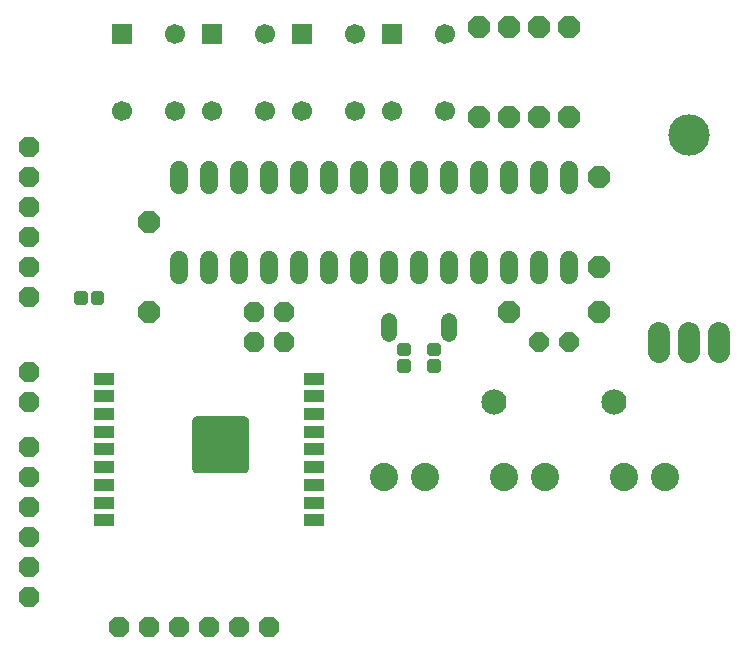
<source format=gbr>
G04 EAGLE Gerber X2 export*
%TF.Part,Single*%
%TF.FileFunction,Soldermask,Bot,1*%
%TF.FilePolarity,Negative*%
%TF.GenerationSoftware,Autodesk,EAGLE,8.7.1*%
%TF.CreationDate,2020-07-24T08:34:06Z*%
G75*
%MOMM*%
%FSLAX34Y34*%
%LPD*%
%AMOC8*
5,1,8,0,0,1.08239X$1,22.5*%
G01*
%ADD10C,1.524000*%
%ADD11P,1.852186X8X112.500000*%
%ADD12P,2.034460X8X112.500000*%
%ADD13C,1.320800*%
%ADD14R,1.688200X1.103200*%
%ADD15R,2.453200X2.453200*%
%ADD16C,0.561600*%
%ADD17C,1.701200*%
%ADD18R,1.701200X1.701200*%
%ADD19P,1.852186X8X202.500000*%
%ADD20P,2.034460X8X22.500000*%
%ADD21P,1.759533X8X22.500000*%
%ADD22C,1.879600*%
%ADD23C,3.505200*%
%ADD24C,2.133600*%
%ADD25C,2.387600*%
%ADD26P,1.852186X8X22.500000*%
%ADD27P,1.852186X8X292.500000*%

G36*
X652535Y232269D02*
X652535Y232269D01*
X652771Y232280D01*
X652819Y232289D01*
X652867Y232293D01*
X653098Y232342D01*
X653330Y232386D01*
X653376Y232402D01*
X653423Y232412D01*
X653645Y232493D01*
X653868Y232569D01*
X653912Y232591D01*
X653957Y232608D01*
X654165Y232719D01*
X654376Y232826D01*
X654416Y232853D01*
X654458Y232876D01*
X654649Y233016D01*
X654842Y233151D01*
X654878Y233184D01*
X654917Y233213D01*
X655086Y233378D01*
X655259Y233538D01*
X655289Y233576D01*
X655324Y233610D01*
X655468Y233797D01*
X655616Y233980D01*
X655641Y234022D01*
X655671Y234060D01*
X655788Y234266D01*
X655909Y234468D01*
X655928Y234513D01*
X655952Y234555D01*
X656038Y234774D01*
X656130Y234992D01*
X656142Y235039D01*
X656160Y235084D01*
X656215Y235313D01*
X656276Y235542D01*
X656279Y235582D01*
X656293Y235637D01*
X656346Y236203D01*
X656343Y236260D01*
X656347Y236300D01*
X656347Y276300D01*
X656331Y276535D01*
X656320Y276771D01*
X656311Y276819D01*
X656307Y276867D01*
X656258Y277098D01*
X656214Y277330D01*
X656198Y277376D01*
X656188Y277423D01*
X656107Y277645D01*
X656031Y277868D01*
X656009Y277912D01*
X655992Y277957D01*
X655881Y278165D01*
X655774Y278376D01*
X655747Y278416D01*
X655724Y278458D01*
X655584Y278649D01*
X655449Y278842D01*
X655416Y278878D01*
X655387Y278917D01*
X655222Y279086D01*
X655062Y279259D01*
X655024Y279289D01*
X654990Y279324D01*
X654803Y279468D01*
X654620Y279616D01*
X654578Y279641D01*
X654540Y279671D01*
X654334Y279788D01*
X654132Y279909D01*
X654087Y279928D01*
X654045Y279952D01*
X653826Y280038D01*
X653608Y280130D01*
X653561Y280142D01*
X653516Y280160D01*
X653287Y280215D01*
X653059Y280276D01*
X653018Y280279D01*
X652963Y280293D01*
X652397Y280346D01*
X652340Y280343D01*
X652300Y280347D01*
X612300Y280347D01*
X612065Y280331D01*
X611829Y280320D01*
X611781Y280311D01*
X611733Y280307D01*
X611502Y280258D01*
X611270Y280214D01*
X611224Y280198D01*
X611177Y280188D01*
X610955Y280107D01*
X610732Y280031D01*
X610688Y280009D01*
X610643Y279992D01*
X610435Y279881D01*
X610224Y279774D01*
X610184Y279747D01*
X610142Y279724D01*
X609951Y279584D01*
X609758Y279449D01*
X609722Y279416D01*
X609683Y279387D01*
X609514Y279222D01*
X609341Y279062D01*
X609311Y279024D01*
X609276Y278990D01*
X609132Y278803D01*
X608984Y278620D01*
X608959Y278578D01*
X608929Y278540D01*
X608812Y278334D01*
X608691Y278132D01*
X608672Y278087D01*
X608648Y278045D01*
X608562Y277826D01*
X608470Y277608D01*
X608458Y277561D01*
X608440Y277516D01*
X608385Y277287D01*
X608324Y277059D01*
X608321Y277018D01*
X608307Y276963D01*
X608254Y276397D01*
X608257Y276340D01*
X608253Y276300D01*
X608253Y236300D01*
X608269Y236065D01*
X608280Y235829D01*
X608289Y235781D01*
X608293Y235733D01*
X608342Y235502D01*
X608386Y235270D01*
X608402Y235224D01*
X608412Y235177D01*
X608493Y234955D01*
X608569Y234732D01*
X608591Y234688D01*
X608608Y234643D01*
X608719Y234435D01*
X608826Y234224D01*
X608853Y234184D01*
X608876Y234142D01*
X609016Y233951D01*
X609151Y233758D01*
X609184Y233722D01*
X609213Y233683D01*
X609378Y233514D01*
X609538Y233341D01*
X609576Y233311D01*
X609610Y233276D01*
X609797Y233132D01*
X609980Y232984D01*
X610022Y232959D01*
X610060Y232929D01*
X610266Y232812D01*
X610468Y232691D01*
X610513Y232672D01*
X610555Y232648D01*
X610774Y232562D01*
X610992Y232470D01*
X611039Y232458D01*
X611084Y232440D01*
X611313Y232385D01*
X611542Y232324D01*
X611582Y232321D01*
X611637Y232307D01*
X612203Y232254D01*
X612260Y232257D01*
X612300Y232253D01*
X652300Y232253D01*
X652535Y232269D01*
G37*
G36*
X515952Y376303D02*
X515952Y376303D01*
X515954Y376301D01*
X516314Y376329D01*
X516318Y376333D01*
X516322Y376330D01*
X516673Y376415D01*
X516676Y376420D01*
X516680Y376418D01*
X517013Y376556D01*
X517016Y376561D01*
X517020Y376559D01*
X517328Y376747D01*
X517330Y376753D01*
X517334Y376752D01*
X517608Y376987D01*
X517609Y376992D01*
X517613Y376992D01*
X517848Y377266D01*
X517849Y377272D01*
X517853Y377272D01*
X518041Y377580D01*
X518040Y377586D01*
X518045Y377587D01*
X518183Y377920D01*
X518181Y377926D01*
X518185Y377927D01*
X518270Y378278D01*
X518267Y378286D01*
X518271Y378290D01*
X518299Y383350D01*
X518297Y383352D01*
X518299Y383354D01*
X518271Y383714D01*
X518267Y383718D01*
X518270Y383722D01*
X518185Y384073D01*
X518180Y384076D01*
X518183Y384080D01*
X518045Y384413D01*
X518040Y384416D01*
X518041Y384420D01*
X517853Y384728D01*
X517847Y384730D01*
X517848Y384734D01*
X517613Y385008D01*
X517608Y385009D01*
X517608Y385013D01*
X517334Y385248D01*
X517328Y385249D01*
X517328Y385253D01*
X517020Y385441D01*
X517014Y385440D01*
X517013Y385445D01*
X516680Y385583D01*
X516674Y385581D01*
X516673Y385585D01*
X516322Y385670D01*
X516316Y385668D01*
X516314Y385671D01*
X515954Y385699D01*
X515951Y385698D01*
X515950Y385699D01*
X511350Y385699D01*
X511348Y385697D01*
X511346Y385699D01*
X510986Y385671D01*
X510982Y385667D01*
X510978Y385670D01*
X510627Y385585D01*
X510624Y385580D01*
X510620Y385583D01*
X510287Y385445D01*
X510284Y385440D01*
X510280Y385441D01*
X509972Y385253D01*
X509970Y385247D01*
X509966Y385248D01*
X509692Y385013D01*
X509691Y385008D01*
X509687Y385008D01*
X509452Y384734D01*
X509451Y384728D01*
X509447Y384728D01*
X509259Y384420D01*
X509260Y384414D01*
X509256Y384413D01*
X509118Y384080D01*
X509119Y384074D01*
X509115Y384073D01*
X509030Y383722D01*
X509034Y383714D01*
X509029Y383710D01*
X509001Y378650D01*
X509003Y378648D01*
X509001Y378646D01*
X509029Y378286D01*
X509033Y378282D01*
X509030Y378278D01*
X509115Y377927D01*
X509120Y377924D01*
X509118Y377920D01*
X509256Y377587D01*
X509261Y377584D01*
X509259Y377580D01*
X509447Y377272D01*
X509453Y377270D01*
X509452Y377266D01*
X509687Y376992D01*
X509692Y376991D01*
X509692Y376987D01*
X509966Y376752D01*
X509972Y376751D01*
X509972Y376747D01*
X510280Y376559D01*
X510286Y376560D01*
X510287Y376556D01*
X510620Y376418D01*
X510626Y376419D01*
X510627Y376415D01*
X510978Y376330D01*
X510984Y376333D01*
X510986Y376329D01*
X511346Y376301D01*
X511349Y376303D01*
X511350Y376301D01*
X515950Y376301D01*
X515952Y376303D01*
G37*
G36*
X530052Y376303D02*
X530052Y376303D01*
X530054Y376301D01*
X530414Y376329D01*
X530418Y376333D01*
X530422Y376330D01*
X530773Y376415D01*
X530776Y376420D01*
X530780Y376418D01*
X531113Y376556D01*
X531116Y376561D01*
X531120Y376559D01*
X531428Y376747D01*
X531430Y376753D01*
X531434Y376752D01*
X531708Y376987D01*
X531709Y376992D01*
X531713Y376992D01*
X531948Y377266D01*
X531949Y377272D01*
X531953Y377272D01*
X532141Y377580D01*
X532140Y377586D01*
X532145Y377587D01*
X532283Y377920D01*
X532281Y377926D01*
X532285Y377927D01*
X532370Y378278D01*
X532367Y378286D01*
X532371Y378290D01*
X532399Y383350D01*
X532397Y383352D01*
X532399Y383354D01*
X532371Y383714D01*
X532367Y383718D01*
X532370Y383722D01*
X532285Y384073D01*
X532280Y384076D01*
X532283Y384080D01*
X532145Y384413D01*
X532140Y384416D01*
X532141Y384420D01*
X531953Y384728D01*
X531947Y384730D01*
X531948Y384734D01*
X531713Y385008D01*
X531708Y385009D01*
X531708Y385013D01*
X531434Y385248D01*
X531428Y385249D01*
X531428Y385253D01*
X531120Y385441D01*
X531114Y385440D01*
X531113Y385445D01*
X530780Y385583D01*
X530774Y385581D01*
X530773Y385585D01*
X530422Y385670D01*
X530416Y385668D01*
X530414Y385671D01*
X530054Y385699D01*
X530051Y385698D01*
X530050Y385699D01*
X525450Y385699D01*
X525448Y385697D01*
X525446Y385699D01*
X525086Y385671D01*
X525082Y385667D01*
X525078Y385670D01*
X524727Y385585D01*
X524724Y385580D01*
X524720Y385583D01*
X524387Y385445D01*
X524384Y385440D01*
X524380Y385441D01*
X524072Y385253D01*
X524070Y385247D01*
X524066Y385248D01*
X523792Y385013D01*
X523791Y385008D01*
X523787Y385008D01*
X523552Y384734D01*
X523551Y384728D01*
X523547Y384728D01*
X523359Y384420D01*
X523360Y384414D01*
X523356Y384413D01*
X523218Y384080D01*
X523219Y384074D01*
X523215Y384073D01*
X523130Y383722D01*
X523134Y383714D01*
X523129Y383710D01*
X523101Y378650D01*
X523103Y378648D01*
X523101Y378646D01*
X523129Y378286D01*
X523133Y378282D01*
X523130Y378278D01*
X523215Y377927D01*
X523220Y377924D01*
X523218Y377920D01*
X523356Y377587D01*
X523361Y377584D01*
X523359Y377580D01*
X523547Y377272D01*
X523553Y377270D01*
X523552Y377266D01*
X523787Y376992D01*
X523792Y376991D01*
X523792Y376987D01*
X524066Y376752D01*
X524072Y376751D01*
X524072Y376747D01*
X524380Y376559D01*
X524386Y376560D01*
X524387Y376556D01*
X524720Y376418D01*
X524726Y376419D01*
X524727Y376415D01*
X525078Y376330D01*
X525084Y376333D01*
X525086Y376329D01*
X525446Y376301D01*
X525449Y376303D01*
X525450Y376301D01*
X530050Y376301D01*
X530052Y376303D01*
G37*
G36*
X815152Y332603D02*
X815152Y332603D01*
X815154Y332601D01*
X815514Y332629D01*
X815518Y332633D01*
X815522Y332630D01*
X815873Y332715D01*
X815876Y332720D01*
X815880Y332718D01*
X816213Y332856D01*
X816216Y332861D01*
X816220Y332859D01*
X816528Y333047D01*
X816530Y333053D01*
X816534Y333052D01*
X816808Y333287D01*
X816809Y333292D01*
X816813Y333292D01*
X817048Y333566D01*
X817049Y333572D01*
X817053Y333572D01*
X817241Y333880D01*
X817240Y333886D01*
X817245Y333887D01*
X817383Y334220D01*
X817381Y334226D01*
X817385Y334227D01*
X817470Y334578D01*
X817468Y334584D01*
X817471Y334586D01*
X817499Y334946D01*
X817498Y334949D01*
X817499Y334950D01*
X817499Y339550D01*
X817497Y339552D01*
X817499Y339554D01*
X817471Y339914D01*
X817467Y339918D01*
X817470Y339922D01*
X817385Y340273D01*
X817380Y340276D01*
X817383Y340280D01*
X817245Y340613D01*
X817240Y340616D01*
X817241Y340620D01*
X817053Y340928D01*
X817047Y340930D01*
X817048Y340934D01*
X816813Y341208D01*
X816808Y341209D01*
X816808Y341213D01*
X816534Y341448D01*
X816528Y341449D01*
X816528Y341453D01*
X816220Y341641D01*
X816214Y341640D01*
X816213Y341645D01*
X815880Y341783D01*
X815874Y341781D01*
X815873Y341785D01*
X815522Y341870D01*
X815514Y341867D01*
X815510Y341871D01*
X810450Y341899D01*
X810448Y341897D01*
X810446Y341899D01*
X810086Y341871D01*
X810082Y341867D01*
X810078Y341870D01*
X809727Y341785D01*
X809724Y341780D01*
X809720Y341783D01*
X809387Y341645D01*
X809384Y341640D01*
X809380Y341641D01*
X809072Y341453D01*
X809070Y341447D01*
X809066Y341448D01*
X808792Y341213D01*
X808791Y341208D01*
X808787Y341208D01*
X808552Y340934D01*
X808551Y340928D01*
X808547Y340928D01*
X808359Y340620D01*
X808360Y340614D01*
X808356Y340613D01*
X808218Y340280D01*
X808219Y340274D01*
X808215Y340273D01*
X808130Y339922D01*
X808133Y339916D01*
X808129Y339914D01*
X808101Y339554D01*
X808103Y339551D01*
X808101Y339550D01*
X808101Y334950D01*
X808103Y334948D01*
X808101Y334946D01*
X808129Y334586D01*
X808133Y334582D01*
X808130Y334578D01*
X808215Y334227D01*
X808220Y334224D01*
X808218Y334220D01*
X808356Y333887D01*
X808361Y333884D01*
X808359Y333880D01*
X808547Y333572D01*
X808553Y333570D01*
X808552Y333566D01*
X808787Y333292D01*
X808792Y333291D01*
X808792Y333287D01*
X809066Y333052D01*
X809072Y333051D01*
X809072Y333047D01*
X809380Y332859D01*
X809386Y332860D01*
X809387Y332856D01*
X809720Y332718D01*
X809726Y332719D01*
X809727Y332715D01*
X810078Y332630D01*
X810086Y332634D01*
X810090Y332629D01*
X815150Y332601D01*
X815152Y332603D01*
G37*
G36*
X789752Y332603D02*
X789752Y332603D01*
X789754Y332601D01*
X790114Y332629D01*
X790118Y332633D01*
X790122Y332630D01*
X790473Y332715D01*
X790476Y332720D01*
X790480Y332718D01*
X790813Y332856D01*
X790816Y332861D01*
X790820Y332859D01*
X791128Y333047D01*
X791130Y333053D01*
X791134Y333052D01*
X791408Y333287D01*
X791409Y333292D01*
X791413Y333292D01*
X791648Y333566D01*
X791649Y333572D01*
X791653Y333572D01*
X791841Y333880D01*
X791840Y333886D01*
X791845Y333887D01*
X791983Y334220D01*
X791981Y334226D01*
X791985Y334227D01*
X792070Y334578D01*
X792068Y334584D01*
X792071Y334586D01*
X792099Y334946D01*
X792098Y334949D01*
X792099Y334950D01*
X792099Y339550D01*
X792097Y339552D01*
X792099Y339554D01*
X792071Y339914D01*
X792067Y339918D01*
X792070Y339922D01*
X791985Y340273D01*
X791980Y340276D01*
X791983Y340280D01*
X791845Y340613D01*
X791840Y340616D01*
X791841Y340620D01*
X791653Y340928D01*
X791647Y340930D01*
X791648Y340934D01*
X791413Y341208D01*
X791408Y341209D01*
X791408Y341213D01*
X791134Y341448D01*
X791128Y341449D01*
X791128Y341453D01*
X790820Y341641D01*
X790814Y341640D01*
X790813Y341645D01*
X790480Y341783D01*
X790474Y341781D01*
X790473Y341785D01*
X790122Y341870D01*
X790114Y341867D01*
X790110Y341871D01*
X785050Y341899D01*
X785048Y341897D01*
X785046Y341899D01*
X784686Y341871D01*
X784682Y341867D01*
X784678Y341870D01*
X784327Y341785D01*
X784324Y341780D01*
X784320Y341783D01*
X783987Y341645D01*
X783984Y341640D01*
X783980Y341641D01*
X783672Y341453D01*
X783670Y341447D01*
X783666Y341448D01*
X783392Y341213D01*
X783391Y341208D01*
X783387Y341208D01*
X783152Y340934D01*
X783151Y340928D01*
X783147Y340928D01*
X782959Y340620D01*
X782960Y340614D01*
X782956Y340613D01*
X782818Y340280D01*
X782819Y340274D01*
X782815Y340273D01*
X782730Y339922D01*
X782733Y339916D01*
X782729Y339914D01*
X782701Y339554D01*
X782703Y339551D01*
X782701Y339550D01*
X782701Y334950D01*
X782703Y334948D01*
X782701Y334946D01*
X782729Y334586D01*
X782733Y334582D01*
X782730Y334578D01*
X782815Y334227D01*
X782820Y334224D01*
X782818Y334220D01*
X782956Y333887D01*
X782961Y333884D01*
X782959Y333880D01*
X783147Y333572D01*
X783153Y333570D01*
X783152Y333566D01*
X783387Y333292D01*
X783392Y333291D01*
X783392Y333287D01*
X783666Y333052D01*
X783672Y333051D01*
X783672Y333047D01*
X783980Y332859D01*
X783986Y332860D01*
X783987Y332856D01*
X784320Y332718D01*
X784326Y332719D01*
X784327Y332715D01*
X784678Y332630D01*
X784686Y332634D01*
X784690Y332629D01*
X789750Y332601D01*
X789752Y332603D01*
G37*
G36*
X789752Y318503D02*
X789752Y318503D01*
X789754Y318501D01*
X790114Y318529D01*
X790118Y318533D01*
X790122Y318530D01*
X790473Y318615D01*
X790476Y318620D01*
X790480Y318618D01*
X790813Y318756D01*
X790816Y318761D01*
X790820Y318759D01*
X791128Y318947D01*
X791130Y318953D01*
X791134Y318952D01*
X791408Y319187D01*
X791409Y319192D01*
X791413Y319192D01*
X791648Y319466D01*
X791649Y319472D01*
X791653Y319472D01*
X791841Y319780D01*
X791840Y319786D01*
X791845Y319787D01*
X791983Y320120D01*
X791981Y320126D01*
X791985Y320127D01*
X792070Y320478D01*
X792068Y320484D01*
X792071Y320486D01*
X792099Y320846D01*
X792098Y320849D01*
X792099Y320850D01*
X792099Y325450D01*
X792097Y325452D01*
X792099Y325454D01*
X792071Y325814D01*
X792067Y325818D01*
X792070Y325822D01*
X791985Y326173D01*
X791980Y326176D01*
X791983Y326180D01*
X791845Y326513D01*
X791840Y326516D01*
X791841Y326520D01*
X791653Y326828D01*
X791647Y326830D01*
X791648Y326834D01*
X791413Y327108D01*
X791408Y327109D01*
X791408Y327113D01*
X791134Y327348D01*
X791128Y327349D01*
X791128Y327353D01*
X790820Y327541D01*
X790814Y327540D01*
X790813Y327545D01*
X790480Y327683D01*
X790474Y327681D01*
X790473Y327685D01*
X790122Y327770D01*
X790114Y327767D01*
X790110Y327771D01*
X785050Y327799D01*
X785048Y327797D01*
X785046Y327799D01*
X784686Y327771D01*
X784682Y327767D01*
X784678Y327770D01*
X784327Y327685D01*
X784324Y327680D01*
X784320Y327683D01*
X783987Y327545D01*
X783984Y327540D01*
X783980Y327541D01*
X783672Y327353D01*
X783670Y327347D01*
X783666Y327348D01*
X783392Y327113D01*
X783391Y327108D01*
X783387Y327108D01*
X783152Y326834D01*
X783151Y326828D01*
X783147Y326828D01*
X782959Y326520D01*
X782960Y326514D01*
X782956Y326513D01*
X782818Y326180D01*
X782819Y326174D01*
X782815Y326173D01*
X782730Y325822D01*
X782733Y325816D01*
X782729Y325814D01*
X782701Y325454D01*
X782703Y325451D01*
X782701Y325450D01*
X782701Y320850D01*
X782703Y320848D01*
X782701Y320846D01*
X782729Y320486D01*
X782733Y320482D01*
X782730Y320478D01*
X782815Y320127D01*
X782820Y320124D01*
X782818Y320120D01*
X782956Y319787D01*
X782961Y319784D01*
X782959Y319780D01*
X783147Y319472D01*
X783153Y319470D01*
X783152Y319466D01*
X783387Y319192D01*
X783392Y319191D01*
X783392Y319187D01*
X783666Y318952D01*
X783672Y318951D01*
X783672Y318947D01*
X783980Y318759D01*
X783986Y318760D01*
X783987Y318756D01*
X784320Y318618D01*
X784326Y318619D01*
X784327Y318615D01*
X784678Y318530D01*
X784686Y318534D01*
X784690Y318529D01*
X789750Y318501D01*
X789752Y318503D01*
G37*
G36*
X815152Y318503D02*
X815152Y318503D01*
X815154Y318501D01*
X815514Y318529D01*
X815518Y318533D01*
X815522Y318530D01*
X815873Y318615D01*
X815876Y318620D01*
X815880Y318618D01*
X816213Y318756D01*
X816216Y318761D01*
X816220Y318759D01*
X816528Y318947D01*
X816530Y318953D01*
X816534Y318952D01*
X816808Y319187D01*
X816809Y319192D01*
X816813Y319192D01*
X817048Y319466D01*
X817049Y319472D01*
X817053Y319472D01*
X817241Y319780D01*
X817240Y319786D01*
X817245Y319787D01*
X817383Y320120D01*
X817381Y320126D01*
X817385Y320127D01*
X817470Y320478D01*
X817468Y320484D01*
X817471Y320486D01*
X817499Y320846D01*
X817498Y320849D01*
X817499Y320850D01*
X817499Y325450D01*
X817497Y325452D01*
X817499Y325454D01*
X817471Y325814D01*
X817467Y325818D01*
X817470Y325822D01*
X817385Y326173D01*
X817380Y326176D01*
X817383Y326180D01*
X817245Y326513D01*
X817240Y326516D01*
X817241Y326520D01*
X817053Y326828D01*
X817047Y326830D01*
X817048Y326834D01*
X816813Y327108D01*
X816808Y327109D01*
X816808Y327113D01*
X816534Y327348D01*
X816528Y327349D01*
X816528Y327353D01*
X816220Y327541D01*
X816214Y327540D01*
X816213Y327545D01*
X815880Y327683D01*
X815874Y327681D01*
X815873Y327685D01*
X815522Y327770D01*
X815514Y327767D01*
X815510Y327771D01*
X810450Y327799D01*
X810448Y327797D01*
X810446Y327799D01*
X810086Y327771D01*
X810082Y327767D01*
X810078Y327770D01*
X809727Y327685D01*
X809724Y327680D01*
X809720Y327683D01*
X809387Y327545D01*
X809384Y327540D01*
X809380Y327541D01*
X809072Y327353D01*
X809070Y327347D01*
X809066Y327348D01*
X808792Y327113D01*
X808791Y327108D01*
X808787Y327108D01*
X808552Y326834D01*
X808551Y326828D01*
X808547Y326828D01*
X808359Y326520D01*
X808360Y326514D01*
X808356Y326513D01*
X808218Y326180D01*
X808219Y326174D01*
X808215Y326173D01*
X808130Y325822D01*
X808133Y325816D01*
X808129Y325814D01*
X808101Y325454D01*
X808103Y325451D01*
X808101Y325450D01*
X808101Y320850D01*
X808103Y320848D01*
X808101Y320846D01*
X808129Y320486D01*
X808133Y320482D01*
X808130Y320478D01*
X808215Y320127D01*
X808220Y320124D01*
X808218Y320120D01*
X808356Y319787D01*
X808361Y319784D01*
X808359Y319780D01*
X808547Y319472D01*
X808553Y319470D01*
X808552Y319466D01*
X808787Y319192D01*
X808792Y319191D01*
X808792Y319187D01*
X809066Y318952D01*
X809072Y318951D01*
X809072Y318947D01*
X809380Y318759D01*
X809386Y318760D01*
X809387Y318756D01*
X809720Y318618D01*
X809726Y318619D01*
X809727Y318615D01*
X810078Y318530D01*
X810086Y318534D01*
X810090Y318529D01*
X815150Y318501D01*
X815152Y318503D01*
G37*
D10*
X596900Y399796D02*
X596900Y413004D01*
X622300Y413004D02*
X622300Y399796D01*
X647700Y399796D02*
X647700Y413004D01*
X673100Y413004D02*
X673100Y399796D01*
X698500Y399796D02*
X698500Y413004D01*
X723900Y413004D02*
X723900Y399796D01*
X749300Y399796D02*
X749300Y413004D01*
X774700Y413004D02*
X774700Y399796D01*
X800100Y399796D02*
X800100Y413004D01*
X825500Y413004D02*
X825500Y399796D01*
X850900Y399796D02*
X850900Y413004D01*
X876300Y413004D02*
X876300Y399796D01*
X901700Y399796D02*
X901700Y413004D01*
X927100Y413004D02*
X927100Y399796D01*
X927100Y475996D02*
X927100Y489204D01*
X901700Y489204D02*
X901700Y475996D01*
X876300Y475996D02*
X876300Y489204D01*
X850900Y489204D02*
X850900Y475996D01*
X825500Y475996D02*
X825500Y489204D01*
X800100Y489204D02*
X800100Y475996D01*
X774700Y475996D02*
X774700Y489204D01*
X749300Y489204D02*
X749300Y475996D01*
X723900Y475996D02*
X723900Y489204D01*
X698500Y489204D02*
X698500Y475996D01*
X673100Y475996D02*
X673100Y489204D01*
X647700Y489204D02*
X647700Y475996D01*
X622300Y475996D02*
X622300Y489204D01*
X596900Y489204D02*
X596900Y475996D01*
D11*
X469900Y381000D03*
X469900Y406400D03*
X469900Y431800D03*
X469900Y457200D03*
X469900Y482600D03*
X469900Y508000D03*
D12*
X571500Y368300D03*
X571500Y444500D03*
D13*
X774700Y361188D02*
X774700Y350012D01*
X825500Y350012D02*
X825500Y361188D01*
D14*
X533375Y192300D03*
X533375Y207300D03*
X533375Y222300D03*
X533375Y237300D03*
X533375Y252300D03*
X533375Y267300D03*
X533375Y282300D03*
X533375Y297300D03*
X533375Y312300D03*
X711225Y312300D03*
X711225Y297300D03*
X711225Y282300D03*
X711225Y267300D03*
X711225Y252300D03*
X711225Y237300D03*
X711225Y222300D03*
X711225Y207300D03*
X711225Y192300D03*
D15*
X632300Y256300D03*
D11*
X469900Y127000D03*
X469900Y152400D03*
X469900Y177800D03*
X469900Y203200D03*
X469900Y228600D03*
X469900Y254000D03*
D16*
X809942Y320342D02*
X809942Y325958D01*
X815658Y325958D01*
X815658Y320342D01*
X809942Y320342D01*
X809942Y325957D02*
X815658Y325957D01*
X815658Y334442D02*
X815658Y340058D01*
X815658Y334442D02*
X809942Y334442D01*
X809942Y340058D01*
X815658Y340058D01*
X815658Y340057D02*
X809942Y340057D01*
X784542Y325958D02*
X784542Y320342D01*
X784542Y325958D02*
X790258Y325958D01*
X790258Y320342D01*
X784542Y320342D01*
X784542Y325957D02*
X790258Y325957D01*
X790258Y334442D02*
X790258Y340058D01*
X790258Y334442D02*
X784542Y334442D01*
X784542Y340058D01*
X790258Y340058D01*
X790258Y340057D02*
X784542Y340057D01*
X530558Y378142D02*
X524942Y378142D01*
X524942Y383858D01*
X530558Y383858D01*
X530558Y378142D01*
X530558Y383757D02*
X524942Y383757D01*
X516458Y383858D02*
X510842Y383858D01*
X516458Y383858D02*
X516458Y378142D01*
X510842Y378142D01*
X510842Y383858D01*
X510842Y383757D02*
X516458Y383757D01*
D17*
X822600Y539000D03*
X777600Y539000D03*
X822600Y604000D03*
D18*
X777600Y604000D03*
D17*
X746400Y539000D03*
X701400Y539000D03*
X746400Y604000D03*
D18*
X701400Y604000D03*
D17*
X670200Y539000D03*
X625200Y539000D03*
X670200Y604000D03*
D18*
X625200Y604000D03*
D17*
X594000Y539000D03*
X549000Y539000D03*
X594000Y604000D03*
D18*
X549000Y604000D03*
D12*
X850900Y533400D03*
X850900Y609600D03*
X876300Y533400D03*
X876300Y609600D03*
X901700Y533400D03*
X901700Y609600D03*
X927100Y533400D03*
X927100Y609600D03*
D19*
X685800Y342900D03*
X660400Y342900D03*
X685800Y368300D03*
X660400Y368300D03*
D12*
X952500Y406400D03*
X952500Y482600D03*
D20*
X876300Y368300D03*
X952500Y368300D03*
D21*
X901700Y342900D03*
X927100Y342900D03*
D22*
X1003300Y334518D02*
X1003300Y351282D01*
X1028700Y351282D02*
X1028700Y334518D01*
X1054100Y334518D02*
X1054100Y351282D01*
D23*
X1028700Y518160D03*
D24*
X863600Y292100D03*
X965200Y292100D03*
D25*
X907000Y228600D03*
X872000Y228600D03*
X1008600Y228600D03*
X973600Y228600D03*
D26*
X546100Y101600D03*
X571500Y101600D03*
X596900Y101600D03*
X622300Y101600D03*
X647700Y101600D03*
X673100Y101600D03*
D25*
X805400Y228600D03*
X770400Y228600D03*
D27*
X469900Y317500D03*
X469900Y292100D03*
M02*

</source>
